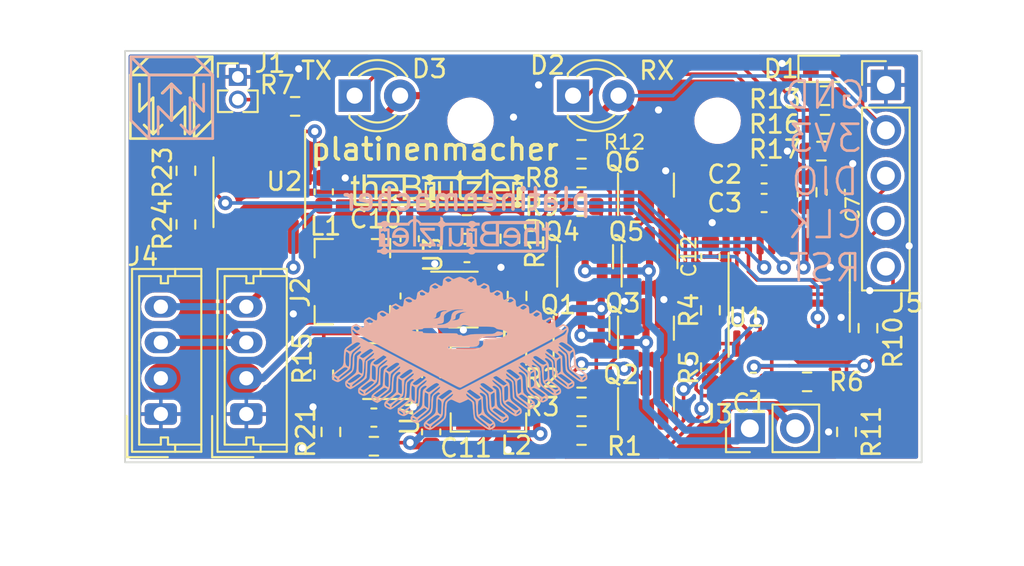
<source format=kicad_pcb>
(kicad_pcb (version 20211014) (generator pcbnew)
  (layers (0 "F.Cu" signal) (31 "B.Cu" signal) (34 "B.Paste" user) (35 "F.Paste" user) (36 "B.SilkS" user "B.Silkscreen") (37 "F.SilkS" user "F.Silkscreen") (38 "B.Mask" user) (39 "F.Mask" user) (44 "Edge.Cuts" user))
  (net 0 "")
  (net 1 "GND")
  (net 2 "/RST")
  (net 3 "+3V3")
  (net 4 "Net-(C4-Pad1)")
  (net 5 "+12V")
  (net 6 "Net-(C7-Pad1)")
  (net 7 "Net-(C8-Pad1)")
  (net 8 "Net-(C8-Pad2)")
  (net 9 "Net-(C9-Pad1)")
  (net 10 "Net-(C9-Pad2)")
  (net 11 "+5V")
  (net 12 "Net-(D2-Pad1)")
  (net 13 "Net-(D3-Pad1)")
  (net 14 "/OW")
  (net 15 "Net-(J2-Pad3)")
  (net 16 "Net-(J2-Pad4)")
  (net 17 "Net-(J3-Pad1)")
  (net 18 "Net-(J3-Pad2)")
  (net 19 "/SWDIO")
  (net 20 "/SWCLK")
  (net 21 "Net-(D1-Pad1)")
  (net 22 "Net-(Q2-Pad1)")
  (net 23 "Net-(Q1-Pad1)")
  (net 24 "Net-(Q3-Pad1)")
  (net 25 "Net-(Q4-Pad1)")
  (net 26 "Net-(Q5-Pad1)")
  (net 27 "/PF0")
  (net 28 "/PF1")
  (net 29 "Net-(R4-Pad2)")
  (net 30 "Net-(R10-Pad2)")
  (net 31 "Net-(R14-Pad1)")
  (net 32 "Net-(R15-Pad1)")
  (net 33 "Net-(R18-Pad1)")
  (net 34 "Net-(R20-Pad1)")
  (net 35 "Net-(Q6-Pad1)")
  (net 36 "/PA2")
  (net 39 "/UART1_TX")
  (net 40 "/UART1_RX")
  (net 41 "Net-(R13-Pad2)")
  (net 42 "Net-(R22-Pad2)")
  (net 44 "Net-(U2-Pad4)")
  (footprint "MountingHole:MountingHole_2.1mm" (layer "F.Cu") (at 133.6 85.4)
    (fp_text reference "REF**" hide)
    (fp_text value "MountingHole_2.1mm")
  )
  (footprint "Package_SO:TSSOP-20_4.4x6.5mm_P0.65mm" (layer "F.Cu") (at 137.6 95 90)
    (fp_text reference "U1")
    (fp_text value "STM32F070F6")
  )
  (footprint "Resistor_SMD:R_0603_1608Metric" (layer "F.Cu") (at 126 88.6 180)
    (fp_text reference "R8")
    (fp_text value "100")
  )
  (footprint "Resistor_SMD:R_0603_1608Metric" (layer "F.Cu") (at 110 84.6 180)
    (fp_text reference "R7")
    (fp_text value "4K7")
  )
  (footprint "Capacitor_SMD:C_0603_1608Metric" (layer "F.Cu") (at 116.4 95.2 90)
    (fp_text reference "C5")
    (fp_text value "4µ7")
  )
  (footprint "Inductor_SMD:L_Bourns-SRN4018" (layer "F.Cu") (at 113.2 94.4 90)
    (fp_text reference "L1")
    (fp_text value "10µ")
  )
  (footprint "Capacitor_SMD:C_0603_1608Metric" (layer "F.Cu") (at 135.6 100 180)
    (fp_text reference "C1")
    (fp_text value "100nF")
  )
  (footprint "theBrutzler:thebrutzler_10mm_mod" (layer "F.Cu") (at 118 89.2)
    (fp_text reference "G***" hide)
    (fp_text value "LOGO" hide)
  )
  (footprint "LED_SMD:LED_0603_1608Metric" (layer "F.Cu") (at 139.6 82.5)
    (fp_text reference "D1")
    (fp_text value "LED")
  )
  (footprint "Resistor_SMD:R_0603_1608Metric" (layer "F.Cu") (at 126 101.4)
    (fp_text reference "R3")
    (fp_text value "100")
  )
  (footprint "Capacitor_SMD:C_0603_1608Metric" (layer "F.Cu") (at 136.2 88.4 180)
    (fp_text reference "C2")
    (fp_text value "4,7µF")
  )
  (footprint "Resistor_SMD:R_0603_1608Metric" (layer "F.Cu") (at 133.2 99.2 -90)
    (fp_text reference "R5")
    (fp_text value "100")
  )
  (footprint "Connector_Molex:Molex_Micro-Latch_53253-0470_1x04_P2.00mm_Vertical" (layer "F.Cu") (at 102.5 101.8 90)
    (fp_text reference "J4")
    (fp_text value "Conn_01x04_Female")
  )
  (footprint "Package_SO:SOIC-8_3.9x4.9mm_P1.27mm" (layer "F.Cu") (at 108 89.4 -90)
    (fp_text reference "U2")
    (fp_text value "SN65HVD1050D")
  )
  (footprint "Package_TO_SOT_SMD:SOT-23-6" (layer "F.Cu") (at 119.4 95.4)
    (fp_text reference "U3")
    (fp_text value "TPS54202DDC")
  )
  (footprint "Connector_Molex:Molex_Micro-Latch_53253-0470_1x04_P2.00mm_Vertical" (layer "F.Cu") (at 107.275 101.8 90)
    (fp_text reference "J2")
    (fp_text value "Conn_01x04_Female")
  )
  (footprint "Capacitor_SMD:C_0603_1608Metric" (layer "F.Cu") (at 136.2 90 180)
    (fp_text reference "C3")
    (fp_text value "100nF")
  )
  (footprint "Resistor_SMD:R_0603_1608Metric" (layer "F.Cu") (at 111.6 99.6 90)
    (fp_text reference "R15")
    (fp_text value "4K7")
  )
  (footprint "Resistor_SMD:R_0603_1608Metric" (layer "F.Cu") (at 142 97 -90)
    (fp_text reference "R10")
    (fp_text value "4K7")
  )
  (footprint "Package_TO_SOT_SMD:SOT-23" (layer "F.Cu") (at 126 97 90)
    (fp_text reference "Q1")
    (fp_text value "Q_PMOS_GSD")
  )
  (footprint "Resistor_SMD:R_0603_1608Metric" (layer "F.Cu") (at 138.6 100 180)
    (fp_text reference "R6")
    (fp_text value "4K7")
  )
  (footprint "Resistor_SMD:R_0603_1608Metric" (layer "F.Cu") (at 119.6 91.2 180)
    (fp_text reference "R18" hide)
    (fp_text value "733K")
  )
  (footprint "Resistor_SMD:R_0603_1608Metric" (layer "F.Cu") (at 126 103)
    (fp_text reference "R1")
    (fp_text value "100")
  )
  (footprint "Connector_PinHeader_2.54mm:PinHeader_1x05_P2.54mm_Vertical" (layer "F.Cu") (at 143 83.4)
    (fp_text reference "J5")
    (fp_text value "Conn_01x05_Female")
  )
  (footprint "Capacitor_SMD:C_0603_1608Metric" (layer "F.Cu") (at 111.6 89.375 90)
    (fp_text reference "C4" hide)
    (fp_text value "100nF")
  )
  (footprint "Resistor_SMD:R_0603_1608Metric" (layer "F.Cu") (at 122 92 90)
    (fp_text reference "R19")
    (fp_text value "100K")
  )
  (footprint "TheBrutzlers_Lib:Symbol_kurzschlussblog" (layer "F.Cu") (at 100.8 86.4)
    (fp_text reference "SM3" hide)
    (fp_text value "SYM_Arrow45_Tiny" hide)
  )
  (footprint "Connector_PinHeader_2.54mm:PinHeader_1x02_P2.54mm_Vertical" (layer "F.Cu") (at 135.4 102.6 90)
    (fp_text reference "J3")
    (fp_text value "Conn_01x02_Female")
  )
  (footprint "Resistor_SMD:R_0603_1608Metric" (layer "F.Cu") (at 138.6 89.4 -90)
    (fp_text reference "R22" hide)
    (fp_text value "100")
  )
  (footprint "Resistor_SMD:R_0603_1608Metric" (layer "F.Cu") (at 139.6 84)
    (fp_text reference "R13")
    (fp_text value "1K")
  )
  (footprint "Resistor_SMD:R_0603_1608Metric" (layer "F.Cu") (at 112 102.8 -90)
    (fp_text reference "R21")
    (fp_text value "100K")
  )
  (footprint "Package_TO_SOT_SMD:SOT-23" (layer "F.Cu") (at 129.6 97 90)
    (fp_text reference "Q3")
    (fp_text value "SI2302")
  )
  (footprint "LED_THT:LED_D3.0mm_IRBlack" (layer "F.Cu") (at 125.525 84)
    (fp_text reference "D2")
    (fp_text value "D_Photo")
  )
  (footprint "Capacitor_SMD:C_0603_1608Metric" (layer "F.Cu") (at 114.4 102)
    (fp_text reference "C9" hide)
    (fp_text value "100nF")
  )
  (footprint "Resistor_SMD:R_0603_1608Metric" (layer "F.Cu") (at 114.4 103.6)
    (fp_text reference "R20" hide)
    (fp_text value "450K")
  )
  (footprint "Resistor_SMD:R_0603_1608Metric" (layer "F.Cu") (at 140.8 102.8 -90)
    (fp_text reference "R11")
    (fp_text value "4K7")
  )
  (footprint "Capacitor_SMD:C_0603_1608Metric" (layer "F.Cu") (at 140.2 89.4 90)
    (fp_text reference "C7")
    (fp_text value "100nF")
  )
  (footprint "Package_TO_SOT_SMD:SOT-23" (layer "F.Cu") (at 126.2 93 90)
    (fp_text reference "Q4")
    (fp_text value "Q_PMOS_GSD")
  )
  (footprint "Capacitor_SMD:C_0603_1608Metric" (layer "F.Cu") (at 117.6 102.8 90)
    (fp_text reference "C11")
    (fp_text value "4µ7")
  )
  (footprint "Resistor_SMD:R_0603_1608Metric" (layer "F.Cu") (at 103.9 91.2 -90)
    (fp_text reference "R24")
    (fp_text value "2K")
  )
  (footprint "Resistor_SMD:R_0603_1608Metric" (layer "F.Cu") (at 126 87 180)
    (fp_text reference "R12")
    (fp_text value "100")
  )
  (footprint "LED_THT:LED_D3.0mm_IRBlack" (layer "F.Cu") (at 113.325 84)
    (fp_text reference "D3")
    (fp_text value "IR204A")
  )
  (footprint "Package_TO_SOT_SMD:SOT-23-6" (layer "F.Cu") (at 114.6 99.4 180)
    (fp_text reference "U4")
    (fp_text value "TPS54202DDC")
  )
  (footprint "Capacitor_SMD:C_0603_1608Metric" (layer "F.Cu") (at 117.6 99.6 -90)
    (fp_text reference "C6")
    (fp_text value "4µ7")
  )
  (footprint "Package_TO_SOT_SMD:SOT-23" (layer "F.Cu") (at 129.8 93 90)
    (fp_text reference "Q5")
    (fp_text value "SI2302")
  )
  (footprint "Package_TO_SOT_SMD:SOT-23" (layer "F.Cu") (at 129.6 89 90)
    (fp_text reference "Q6")
    (fp_text value "SI2302")
  )
  (footprint "Resistor_SMD:R_0603_1608Metric" (layer "F.Cu") (at 126 90.2 180)
    (fp_text reference "R9")
    (fp_text value "2K")
  )
  (footprint "Resistor_SMD:R_0603_1608Metric" (layer "F.Cu") (at 103.9 88.2 -90)
    (fp_text reference "R23")
    (fp_text value "1K")
  )
  (footprint "MountingHole:MountingHole_2.1mm" (layer "F.Cu") (at 119.8 85.4)
    (fp_text reference "REF**" hide)
    (fp_text value "MountingHole_2.1mm")
  )
  (footprint "Resistor_SMD:R_0603_1608Metric" (layer "F.Cu") (at 139.4 87.1 180)
    (fp_text reference "R17")
    (fp_text value "4K7")
  )
  (footprint "Capacitor_SMD:C_0603_1608Metric" (layer "F.Cu") (at 116.4 92 -90)
    (fp_text reference "C10")
    (fp_text value "4µ7")
  )
  (footprint "Connector_PinHeader_1.27mm:PinHeader_1x02_P1.27mm_Vertical" (layer "F.Cu") (at 106.8 82.95)
    (fp_text reference "J1")
    (fp_text value "Conn_01x02_Female")
  )
  (footprint "Resistor_SMD:R_0603_1608Metric" (layer "F.Cu") (at 126 99.8 180)
    (fp_text reference "R2")
    (fp_text value "2K")
  )
  (footprint "Resistor_SMD:R_0603_1608Metric" (layer "F.Cu") (at 122.4 95.2 -90)
    (fp_text reference "R14")
    (fp_text value "4K7")
  )
  (footprint "Capacitor_SMD:C_0603_1608Metric" (layer "F.Cu") (at 133.2 93 -90)
    (fp_text reference "C12")
    (fp_text value "100nF")
  )
  (footprint "Package_TO_SOT_SMD:SOT-23" (layer "F.Cu") (at 129.6 101 90)
    (fp_text reference "Q2")
    (fp_text value "SI2302")
  )
  (footprint "Inductor_SMD:L_Bourns-SRN4018" (layer "F.Cu") (at 120.8 100.4 -90)
    (fp_text reference "L2")
    (fp_text value "10µ")
  )
  (footprint "Capacitor_SMD:C_0603_1608Metric" (layer "F.Cu") (at 119.6 92.8 180)
    (fp_text reference "C8" hide)
    (fp_text value "100nF")
  )
  (footprint "Resistor_SMD:R_0603_1608Metric" (layer "F.Cu") (at 139.6 85.6)
    (fp_text reference "R16")
    (fp_text value "1K")
  )
  (footprint "Resistor_SMD:R_0603_1608Metric" (layer "F.Cu") (at 133.2 96 -90)
    (fp_text reference "R4")
    (fp_text value "100")
  )
  (footprint "TheBrutzlers_Lib:Symbol_kurzschlussblog" (layer "B.Cu") (at 105.3985 86.4 180)
    (fp_text reference "SM3" hide)
    (fp_text value "SYM_Arrow45_Tiny" hide)
  )
  (footprint "TheBrutzlers_Lib:Platinenmacher_14" (layer "B.Cu") (at 119.2 98.4 180)
    (fp_text reference "G***" hide)
    (fp_text value "LOGO" hide)
  )
  (footprint "theBrutzler:thebrutzler_10mm_mod" (layer "B.Cu") (at 119.4 91.8 180)
    (fp_text reference "G***" hide)
    (fp_text value "LOGO" hide)
  )
  (gr_rect (start 100.5 81.5) (end 145 104.5) (layer "Edge.Cuts") (width 0.1) (fill none))
  (gr_text "GND\n3V3\nDIO\nCLK\nRST" (at 139.6 88.8) (layer "B.SilkS") (effects (font (size 1.5 1.5)) (justify mirror)))
  (gr_text "platinenmacher" (at 119.6 89.8) (layer "B.SilkS") (effects (font (size 1.2 1.2) (thickness 0.2)) (justify mirror)))
  (gr_text "platinenmacher" (at 117.8 87) (layer "F.SilkS") (effects (font (size 1.2 1.2) (thickness 0.2))))
  (gr_text "TX" (at 111.2 82.6) (layer "F.SilkS") (effects (font (size 1 1))))
  (gr_text "RX" (at 130.2 82.6) (layer "F.SilkS") (effects (font (size 1 1))))
  (segment (start 133.2 100.025) (end 133.2 99.3) (width 0.4) (layer "F.Cu") (net 1))
  (segment (start 116.6 101.4) (end 116.6 101.375) (width 0.4) (layer "F.Cu") (net 1))
  (segment (start 138.575 87.1) (end 137.5 87.1) (width 0.2) (layer "F.Cu") (net 1))
  (segment (start 133.2 99.3) (end 133.075 99.175) (width 0.4) (layer "F.Cu") (net 1))
  (segment (start 130.55 95.45) (end 130.6 95.4) (width 0.4) (layer "F.Cu") (net 1))
  (segment (start 133.2 91.2) (end 133.3 91.1) (width 0.4) (layer "F.Cu") (net 1))
  (segment (start 111.425 101.4) (end 112 101.975) (width 0.2) (layer "F.Cu") (net 1))
  (segment (start 137.925 92.1375) (end 137.925 90.95) (width 0.4) (layer "F.Cu") (net 1))
  (segment (start 140.2 88.625) (end 141.025 87.8) (width 0.2) (layer "F.Cu") (net 1))
  (segment (start 141.025 87.8) (end 141.1505 87.8) (width 0.2) (layer "F.Cu") (net 1))
  (segment (start 133.075 99.175) (end 132.295064 99.175) (width 0.4) (layer "F.Cu") (net 1))
  (segment (start 136.975 87.625) (end 137.5 87.1) (width 0.4) (layer "F.Cu") (net 1))
  (segment (start 133.2 92.225) (end 133.2 91.2) (width 0.4) (layer "F.Cu") (net 1))
  (segment (start 130.55 101.9375) (end 130.55 97.9375) (width 0.2) (layer "F.Cu") (net 1))
  (segment (start 117.79375 93.59375) (end 118.2625 94.0625) (width 0.4) (layer "F.Cu") (net 1))
  (segment (start 116.4 92.775) (end 117.18125 92.775) (width 0.4) (layer "F.Cu") (net 1))
  (segment (start 116.4 94.425) (end 116.775 94.425) (width 0.4) (layer "F.Cu") (net 1))
  (segment (start 117.8 93.39375) (end 117.8 93.4) (width 0.4) (layer "F.Cu") (net 1))
  (segment (start 132.295064 99.175) (end 132.036668 98.916604) (width 0.4) (layer "F.Cu") (net 1))
  (segment (start 117.18125 92.775) (end 117.8 93.39375) (width 0.4) (layer "F.Cu") (net 1))
  (segment (start 115.7375 100.35) (end 115.7375 100.9375) (width 0.4) (layer "F.Cu") (net 1))
  (segment (start 115.7375 100.9375) (end 116.2 101.4) (width 0.4) (layer "F.Cu") (net 1))
  (segment (start 111 101.4) (end 111.425 101.4) (width 0.2) (layer "F.Cu") (net 1))
  (segment (start 137.925 90.95) (end 136.975 90) (width 0.4) (layer "F.Cu") (net 1))
  (segment (start 117.60625 93.59375) (end 117.8 93.4) (width 0.4) (layer "F.Cu") (net 1))
  (segment (start 108.635 87.835) (end 109.4 88.6) (width 0.4) (layer "F.Cu") (net 1))
  (segment (start 130.55 89.9375) (end 130.55 93.8) (width 0.2) (layer "F.Cu") (net 1))
  (segment (start 116.775 94.425) (end 117.8 93.4) (width 0.4) (layer "F.Cu") (net 1))
  (segment (start 133.2 100.025) (end 134.8 100.025) (width 0.4) (layer "F.Cu") (net 1))
  (segment (start 117.6 102.025) (end 117.225 102.025) (width 0.4) (layer "F.Cu") (net 1))
  (segment (start 118.2625 94.0625) (end 118.2625 94.45) (width 0.4) (layer "F.Cu") (net 1))
  (segment (start 109.4 88.6) (end 111.6 88.6) (width 0.4) (layer "F.Cu") (net 1))
  (segment (start 140.8 103.625) (end 140.125 103.625) (width 0.2) (layer "F.Cu") (net 1))
  (segment (start 121.5 93.325) (end 122 92.825) (width 0.2) (layer "F.Cu") (net 1))
  (segment (start 140.125 103.625) (end 139.8 103.3) (width 0.2) (layer "F.Cu") (net 1))
  (segment (start 139.8 103.3) (end 139.8 102.8) (width 0.2) (layer "F.Cu") (net 1))
  (segment (start 130.55 97.9375) (end 130.55 95.45) (width 0.4) (layer "F.Cu") (net 1))
  (segment (start 116.425 94.45) (end 116.4 94.425) (width 0.4) (layer "F.Cu") (net 1))
  (segment (start 121.5 93.6) (end 121.5 93.325) (width 0.2) (layer "F.Cu") (net 1))
  (segment (start 134.8 100.025) (end 134.825 100) (width 0.4) (layer "F.Cu") (net 1))
  (segment (start 130.55 95.35) (end 130.55 93.8) (width 0.4) (layer "F.Cu") (net 1))
  (segment (start 130.6 95.4) (end 130.55 95.35) (width 0.4) (layer "F.Cu") (net 1))
  (segment (start 136.975 88.4) (end 136.975 87.625) (width 0.4) (layer "F.Cu") (net 1))
  (segment (start 111.6 88.6) (end 112.8 88.6) (width 0.4) (layer "F.Cu") (net 1))
  (segment (start 117.225 102.025) (end 116.6 101.4) (width 0.4) (layer "F.Cu") (net 1))
  (segment (start 116.6 101.375) (end 117.6 100.375) (width 0.4) (layer "F.Cu") (net 1))
  (segment (start 116.2 101.4) (end 116.6 101.4) (width 0.4) (layer "F.Cu") (net 1))
  (segment (start 108.635 86.925) (end 108.635 87.835) (width 0.4) (layer "F.Cu") (net 1))
  (segment (start 136.975 90) (end 136.975 88.4) (width 0.4) (layer "F.Cu") (net 1))
  (via (at 123.6 83.4) (size 0.8) (drill 0.4) (layers "F.Cu" "B.Cu") (net 1))
  (via (at 133.3 91.1) (size 0.8) (drill 0.4) (layers "F.Cu" "B.Cu") (net 1))
  (via (at 142.1 94.9) (size 0.8) (drill 0.4) (layers "F.Cu" "B.Cu") (net 1))
  (via (at 116.6 101.4) (size 0.8) (drill 0.4) (layers "F.Cu" "B.Cu") (net 1))
  (via (at 119.4 97.1) (size 0.8) (drill 0.4) (layers "F.Cu" "B.Cu") (net 1))
  (via (at 140.5 96.4) (size 0.8) (drill 0.4) (layers "F.Cu" "B.Cu") (net 1))
  (via (at 130.6 95.4) (size 0.8) (drill 0.4) (layers "F.Cu" "B.Cu") (net 1))
  (via (at 130.3 84.8) (size 0.8) (drill 0.4) (layers "F.Cu" "B.Cu") (net 1))
  (via (at 110.4 103.7) (size 0.8) (drill 0.4) (layers "F.Cu" "B.Cu") (net 1))
  (via (at 130.7 88.2) (size 0.8) (drill 0.4) (layers "F.Cu" "B.Cu") (net 1))
  (via (at 137.2 82.2) (size 0.8) (drill 0.4) (layers "F.Cu" "B.Cu") (net 1))
  (via (at 121.5 93.6) (size 0.8) (drill 0.4) (layers "F.Cu" "B.Cu") (net 1))
  (via (at 112.8 88.6) (size 0.8) (drill 0.4) (layers "F.Cu" "B.Cu") (net 1))
  (via (at 144.3 92.4) (size 0.8) (drill 0.4) (layers "F.Cu" "B.Cu") (net 1))
  (via (at 128.4 95.5) (size 0.8) (drill 0.4) (layers "F.Cu" "B.Cu") (net 1))
  (via (at 139.8 102.8) (size 0.8) (drill 0.4) (layers "F.Cu" "B.Cu") (net 1))
  (via (at 121.9 103.8) (size 0.8) (drill 0.4) (layers "F.Cu" "B.Cu") (net 1))
  (via (at 122.2 85.2) (size 0.8) (drill 0.4) (layers "F.Cu" "B.Cu") (net 1))
  (via (at 141.1505 87.8) (size 0.8) (drill 0.4) (layers "F.Cu" "B.Cu") (net 1))
  (via (at 137.5 87.1) (size 0.8) (drill 0.4) (layers "F.Cu" "B.Cu") (net 1))
  (via (at 117.8 93.4) (size 0.8) (drill 0.4) (layers "F.Cu" "B.Cu") (net 1))
  (via (at 109.9 96.2) (size 0.8) (drill 0.4) (layers "F.Cu" "B.Cu") (net 1))
  (via (at 139.9 93.6) (size 0.8) (drill 0.4) (layers "F.Cu" "B.Cu") (net 1))
  (via (at 132.036668 98.916604) (size 0.8) (drill 0.4) (layers "F.Cu" "B.Cu") (net 1))
  (via (at 111 101.4) (size 0.8) (drill 0.4) (layers "F.Cu" "B.Cu") (net 1))
  (via (at 110.2 82.5) (size 0.8) (drill 0.4) (layers "F.Cu" "B.Cu") (net 1))
  (segment (start 141.8 99.1) (end 141.907107 99.1) (width 0.2) (layer "F.Cu") (net 2))
  (segment (start 143.4 97.607107) (end 143.4 93.96) (width 0.2) (layer "F.Cu") (net 2))
  (segment (start 141.907107 99.1) (end 143.4 97.607107) (width 0.2) (layer "F.Cu") (net 2))
  (segment (start 135.641019 99.175) (end 135.63367 99.167651) (width 0.2) (layer "F.Cu") (net 2))
  (segment (start 136.625 99.175) (end 135.641019 99.175) (width 0.2) (layer "F.Cu") (net 2))
  (segment (start 137.775 100) (end 136.375 100) (width 0.2) (layer "F.Cu") (net 2))
  (segment (start 136.625 99.75) (end 136.375 100) (width 0.2) (layer "F.Cu") (net 2))
  (segment (start 136.625 97.8625) (end 136.625 99.175) (width 0.2) (layer "F.Cu") (net 2))
  (segment (start 143.4 93.96) (end 143 93.56) (width 0.2) (layer "F.Cu") (net 2))
  (segment (start 136.625 99.175) (end 136.625 99.75) (width 0.2) (layer "F.Cu") (net 2))
  (via (at 135.63367 99.167651) (size 0.8) (drill 0.4) (layers "F.Cu" "B.Cu") (net 2))
  (via (at 141.8 99.1) (size 0.8) (drill 0.4) (layers "F.Cu" "B.Cu") (net 2))
  (segment (start 135.63367 99.167651) (end 135.701321 99.1) (width 0.2) (layer "B.Cu") (net 2))
  (segment (start 137.6 99.1) (end 141.8 99.1) (width 0.2) (layer "B.Cu") (net 2))
  (segment (start 135.701321 99.1) (end 137.6 99.1) (width 0.2) (layer "B.Cu") (net 2))
  (segment (start 126.765 85.3) (end 124 85.3) (width 0.4) (layer "F.Cu") (net 3))
  (segment (start 121.7 83) (end 118 83) (width 0.4) (layer "F.Cu") (net 3))
  (segment (start 120.225 103.575) (end 117.6 103.575) (width 0.4) (layer "F.Cu") (net 3))
  (segment (start 111.525 85.3) (end 110.825 84.6) (width 0.4) (layer "F.Cu") (net 3))
  (segment (start 118 83) (end 117 84) (width 0.4) (layer "F.Cu") (net 3))
  (segment (start 143 85.9) (end 141.7 84.6) (width 0.2) (layer "F.Cu") (net 3))
  (segment (start 133.2 95.175) (end 132.575 95.175) (width 0.2) (layer "F.Cu") (net 3))
  (segment (start 138.65 100.775) (end 132.764243 100.775) (width 0.2) (layer "F.Cu") (net 3))
  (segment (start 136.7505 95.8005) (end 137.275 96.325) (width 0.4) (layer "F.Cu") (net 3))
  (segment (start 132.465 89.135) (end 132.465 88.4) (width 0.4) (layer "F.Cu") (net 3))
  (segment (start 139.425 100) (end 138.65 100.775) (width 0.2) (layer "F.Cu") (net 3))
  (segment (start 123.200999 86.099001) (end 123.200999 91.696644) (width 0.4) (layer "F.Cu") (net 3))
  (segment (start 124 85.3) (end 123.200999 86.099001) (width 0.4) (layer "F.Cu") (net 3))
  (segment (start 117 84) (end 115.865 84) (width 0.4) (layer "F.Cu") (net 3))
  (segment (start 136.425 91) (end 135.425 90) (width 0.4) (layer "F.Cu") (net 3))
  (segment (start 142 96.175) (end 141.4255 95.6005) (width 0.4) (layer "F.Cu") (net 3))
  (segment (start 123.200999 91.696644) (end 123.700499 92.196144) (width 0.4) (layer "F.Cu") (net 3))
  (segment (start 132.325 93.225) (end 132.325 89.275) (width 0.4) (layer "F.Cu") (net 3))
  (segment (start 115.865 84) (end 115.865 84.235) (width 0.4) (layer "F.Cu") (net 3))
  (segment (start 135.425 88.4) (end 132.465 88.4) (width 0.4) (layer "F.Cu") (net 3))
  (segment (start 137.275 92.1375) (end 137.275 91.275) (width 0.4) (layer "F.Cu") (net 3))
  (segment (start 124 85.3) (end 121.7 83) (width 0.4) (layer "F.Cu") (net 3))
  (segment (start 135.2255 95.8005) (end 136.7505 95.8005) (width 0.4) (layer "F.Cu") (net 3))
  (segment (start 131.489743 99.6005) (end 131.3 99.410757) (width 0.2) (layer "F.Cu") (net 3))
  (segment (start 135.425 88.4) (end 135.425 90) (width 0.4) (layer "F.Cu") (net 3))
  (segment (start 131.3 97.075) (end 133.2 95.175) (width 0.2) (layer "F.Cu") (net 3))
  (segment (start 132.325 89.275) (end 132.465 89.135) (width 0.4) (layer "F.Cu") (net 3))
  (segment (start 132.399501 100.410258) (end 132.399501 100.110258) (width 0.2) (layer "F.Cu") (net 3))
  (segment (start 137 91) (end 136.425 91) (width 0.4) (layer "F.Cu") (net 3))
  (segment (start 132.575 95.175) (end 131.8 94.4) (width 0.2) (layer "F.Cu") (net 3))
  (segment (start 137.275 96.325) (end 137.275 97.8625) (width 0.4) (layer "F.Cu") (net 3))
  (segment (start 120.8 103) (end 120.225 103.575) (width 0.4) (layer "F.Cu") (net 3))
  (segment (start 141.7 84.6) (end 141.7 83.8125) (width 0.2) (layer "F.Cu") (net 3))
  (segment (start 131.889743 99.6005) (end 131.489743 99.6005) (width 0.2) (layer "F.Cu") (net 3))
  (segment (start 141.4255 95.6005) (end 137.9995 95.6005) (width 0.4) (layer "F.Cu") (net 3))
  (segment (start 137.275 91.275) (end 137 91) (width 0.4) (layer "F.Cu") (net 3))
  (segment (start 143 85.94) (end 143 85.9) (width 0.2) (layer "F.Cu") (net 3))
  (segment (start 137.9995 95.6005) (end 137.275 96.325) (width 0.4) (layer "F.Cu") (net 3))
  (segment (start 132.875 93.775) (end 132.325 93.225) (width 0.4) (layer "F.Cu") (net 3))
  (segment (start 133.2 93.775) (end 132.875 93.775) (width 0.4) (layer "F.Cu") (net 3))
  (segment (start 123.700499 96.628119) (end 123.5 96.828618) (width 0.4) (layer "F.Cu") (net 3))
  (segment (start 120.8 101.925) (end 120.8 103) (width 0.4) (layer "F.Cu") (net 3))
  (segment (start 132.465 88.4) (end 128.065 84) (width 0.4) (layer "F.Cu") (net 3))
  (segment (start 115.225 103.6) (end 115.425 103.4) (width 0.2) (layer "F.Cu") (net 3))
  (segment (start 123.700499 92.196144) (end 123.700499 96.628119) (width 0.4) (layer "F.Cu") (net 3))
  (segment (start 133.2 93.775) (end 135.2255 95.8005) (width 0.4) (layer "F.Cu") (net 3))
  (segment (start 115.425 103.4) (end 116.425 103.4) (width 0.2) (layer "F.Cu") (net 3))
  (segment (start 131.8 94.4) (end 131.8 89.065) (width 0.2) (layer "F.Cu") (net 3))
  (segment (start 117.6 103.575) (end 116.6 103.575) (width 0.4) (layer "F.Cu") (net 3))
  (segment (start 132.764243 100.775) (end 132.399501 100.410258) (width 0.2) (layer "F.Cu") (net 3))
  (segment (start 131.3 99.410757) (end 131.3 97.075) (width 0.2) (layer "F.Cu") (net 3))
  (segment (start 123.5 96.828618) (end 123.5 102.7) (width 0.4) (layer "F.Cu") (net 3))
  (segment (start 123.5 102.7) (end 123.7 102.9) (width 0.4) (layer "F.Cu") (net 3))
  (segment (start 116.6 103.575) (end 116.425 103.4) (width 0.4) (layer "F.Cu") (net 3))
  (segment (start 141.7 83.8125) (end 140.3875 82.5) (width 0.2) (layer "F.Cu") (net 3))
  (segment (start 128.065 84) (end 126.765 85.3) (width 0.4) (layer "F.Cu") (net 3))
  (segment (start 114.8 85.3) (end 111.525 85.3) (width 0.4) (layer "F.Cu") (net 3))
  (segment (start 132.399501 100.110258) (end 131.889743 99.6005) (width 0.2) (layer "F.Cu") (net 3))
  (segment (start 131.8 89.065) (end 132.465 88.4) (width 0.2) (layer "F.Cu") (net 3))
  (segment (start 115.865 84.235) (end 114.8 85.3) (width 0.4) (layer "F.Cu") (net 3))
  (via (at 116.425 103.4) (size 0.8) (drill 0.4) (layers "F.Cu" "B.Cu") (net 3))
  (via (at 123.7 102.9) (size 0.8) (drill 0.4) (layers "F.Cu" "B.Cu") (net 3))
  (segment (start 139.9 82.9) (end 143 86) (width 0.2) (layer "B.Cu") (net 3))
  (segment (start 128.065 84) (end 131.1 84) (width 0.2) (layer "B.Cu") (net 3))
  (segment (start 116.45 103.6) (end 117.15 102.9) (width 0.4) (layer "B.Cu") (net 3))
  (segment (start 117.15 102.9) (end 123.7 102.9) (width 0.4) (layer "B.Cu") (net 3))
  (segment (start 116.45 103.6) (end 116.425 103.575) (width 0.2) (layer "B.Cu") (net 3))
  (segment (start 132.2 82.9) (end 139.9 82.9) (width 0.2) (layer "B.Cu") (net 3))
  (segment (start 116.425 103.575) (end 116.425 103.4) (width 0.2) (layer "B.Cu") (net 3))
  (segment (start 131.1 84) (end 132.2 82.9) (width 0.2) (layer "B.Cu") (net 3))
  (segment (start 106.095 91.392183) (end 107.337183 90.15) (width 0.4) (layer "F.Cu") (net 4))
  (segment (start 106.095 91.875) (end 106.095 91.392183) (width 0.4) (layer "F.Cu") (net 4))
  (segment (start 107.337183 90.15) (end 111.6 90.15) (width 0.4) (layer "F.Cu") (net 4))
  (segment (start 127.1 93.9875) (end 127.15 93.9375) (width 0.4) (layer "F.Cu") (net 5))
  (segment (start 117.6 98.825) (end 117.6 97.2) (width 0.4) (layer "F.Cu") (net 5))
  (segment (start 126.825 99.8) (end 126.825 98.0625) (width 0.2) (layer "F.Cu") (net 5))
  (segment (start 126.825 90.2) (end 127.1 90.475) (width 0.2) (layer "F.Cu") (net 5))
  (segment (start 116.4 95.975) (end 116.775 96.35) (width 0.4) (layer "F.Cu") (net 5))
  (segment (start 126.825 98.0625) (end 126.95 97.9375) (width 0.2) (layer "F.Cu") (net 5))
  (segment (start 116.227817 98.45) (end 116.577817 98.8) (width 0.4) (layer "F.Cu") (net 5))
  (segment (start 117.575 98.8) (end 117.6 98.825) (width 0.4) (layer "F.Cu") (net 5))
  (segment (start 110.8 97.2) (end 108.2 99.8) (width 0.4) (layer "F.Cu") (net 5))
  (segment (start 127.1 90.475) (end 127.1 93.8875) (width 0.2) (layer "F.Cu") (net 5))
  (segment (start 117.6 97.2) (end 116.6 97.2) (width 0.4) (layer "F.Cu") (net 5))
  (segment (start 116.4 96.8) (end 116.4 97) (width 0.4) (layer "F.Cu") (net 5))
  (segment (start 121.375 97.825) (end 117.6 97.825) (width 0.2) (layer "F.Cu") (net 5))
  (segment (start 127.1 93.8875) (end 127.15 93.9375) (width 0.2) (layer "F.Cu") (net 5))
  (segment (start 116.775 96.35) (end 118.2625 96.35) (width 0.4) (layer "F.Cu") (net 5))
  (segment (start 116.2 97.2) (end 116 97.2) (width 0.4) (layer "F.Cu") (net 5))
  (segment (start 116.4 96.8) (end 116.4 97.2) (width 0.4) (layer "F.Cu") (net 5))
  (segment (start 102.5 99.8) (end 107.275 99.8) (width 1.7) (layer "F.Cu") (net 5))
  (segment (start 116.577817 98.8) (end 117.575 98.8) (width 0.4) (layer "F.Cu") (net 5))
  (segment (start 117.6 97.825) (end 117.6 97.2) (width 0.2) (layer "F.Cu") (net 5))
  (segment (start 111.6 98.775) (end 111.6 97.2) (width 0.2) (layer "F.Cu") (net 5))
  (segment (start 108.2 99.8) (end 107.275 99.8) (width 0.4) (layer "F.Cu") (net 5))
  (segment (start 116.4 97.2) (end 116 97.2) (width 0.4) (layer "F.Cu") (net 5))
  (segment (start 116.4 95.975) (end 116.4 96.8) (width 0.4) (layer "F.Cu") (net 5))
  (segment (start 126.95 97.9375) (end 127.1 97.7875) (width 0.4) (layer "F.Cu") (net 5))
  (segment (start 122.4 96.8) (end 121.375 97.825) (width 0.2) (layer "F.Cu") (net 5))
  (segment (start 115.7375 98.45) (end 116.227817 98.45) (width 0.4) (layer "F.Cu") (net 5))
  (segment (start 116.6 97.2) (end 116.4 97.2) (width 0.4) (layer "F.Cu") (net 5))
  (segment (start 122.4 96.025) (end 122.4 96.8) (width 0.2) (layer "F.Cu") (net 5))
  (segment (start 111.6 97.2) (end 110.8 97.2) (width 0.4) (layer "F.Cu") (net 5))
  (segment (start 116 97.2) (end 111.6 97.2) (width 0.4) (layer "F.Cu") (net 5))
  (segment (start 127.1 97.7875) (end 127.1 93.9875) (width 0.4) (layer "F.Cu") (net 5))
  (via (at 127.1 95.9) (size 0.8) (drill 0.4) (layers "F.Cu" "B.Cu") (net 5))
  (segment (start 127.1 95.9) (end 125.5 95.9) (width 0.4) (layer "B.Cu") (net 5))
  (segment (start 110.9 97.1) (end 108.2 99.8) (width 0.4) (layer "B.Cu") (net 5))
  (segment (start 124.3 97.1) (end 122.7 97.1) (width 0.4) (layer "B.Cu") (net 5))
  (segment (start 108.2 99.8) (end 107.275 99.8) (width 0.4) (layer "B.Cu") (net 5))
  (segment (start 125.5 95.9) (end 124.3 97.1) (width 0.4) (layer "B.Cu") (net 5))
  (segment (start 118.3 97.9) (end 117.5 97.1) (width 0.4) (layer "B.Cu") (net 5))
  (segment (start 121.9 97.9) (end 118.3 97.9) (width 0.4) (layer "B.Cu") (net 5))
  (segment (start 117.5 97.1) (end 110.9 97.1) (width 0.4) (layer "B.Cu") (net 5))
  (segment (start 122.7 97.1) (end 121.9 97.9) (width 0.4) (layer "B.Cu") (net 5))
  (segment (start 140.425 85.6) (end 140.425 86.9) (width 0.2) (layer "F.Cu") (net 6))
  (segment (start 139.875 92.1375) (end 139.875 90.5) (width 0.2) (layer "F.Cu") (net 6))
  (segment (start 140.425 86.9) (end 140.225 87.1) (width 0.2) (layer "F.Cu") (net 6))
  (segment (start 139.875 90.5) (end 140.2 90.175) (width 0.2) (layer "F.Cu") (net 6))
  (segment (start 139.425 88.025) (end 139.425 89.4) (width 0.2) (layer "F.Cu") (net 6))
  (segment (start 140.225 87.225) (end 139.425 88.025) (width 0.2) (layer "F.Cu") (net 6))
  (segment (start 139.425 89.4) (end 140.2 90.175) (width 0.2) (layer "F.Cu") (net 6))
  (segment (start 140.225 87.1) (end 140.225 87.225) (width 0.2) (layer "F.Cu") (net 6))
  (segment (start 119.8 94.2) (end 119.8 93.375) (width 0.2) (layer "F.Cu") (net 7))
  (segment (start 120.5375 94.45) (end 120.05 94.45) (width 0.2) (layer "F.Cu") (net 7))
  (segment (start 120.05 94.45) (end 119.8 94.2) (width 0.2) (layer "F.Cu") (net 7))
  (segment (start 119.8 93.375) (end 120.375 92.8) (width 0.2) (layer "F.Cu") (net 7))
  (segment (start 118.825 92.8) (end 119.225 93.2) (width 0.2) (layer "F.Cu") (net 8))
  (segment (start 117 95.2) (end 115.8 95.2) (width 0.25) (layer "F.Cu") (net 8))
  (segment (start 119.225 94.786396) (end 118.611396 95.4) (width 0.2) (layer "F.Cu") (net 8))
  (segment (start 119.225 93.2) (end 119.225 94.786396) (width 0.2) (layer "F.Cu") (net 8))
  (segment (start 118.611396 95.4) (end 118.2625 95.4) (width 0.2) (layer "F.Cu") (net 8))
  (segment (start 115.075 95.925) (end 115.8 95.2) (width 0.4) (layer "F.Cu") (net 8))
  (segment (start 113.2 95.925) (end 115.075 95.925) (width 0.4) (layer "F.Cu") (net 8))
  (segment (start 118.2625 95.4) (end 117.2 95.4) (width 0.4) (layer "F.Cu") (net 8))
  (segment (start 117.2 95.4) (end 117 95.2) (width 0.4) (layer "F.Cu") (net 8))
  (segment (start 113.4625 100.35) (end 113.6 100.4875) (width 0.2) (layer "F.Cu") (net 9))
  (segment (start 113.6 101.975) (end 113.625 102) (width 0.2) (layer "F.Cu") (net 9))
  (segment (start 113.6 100.4875) (end 113.6 101.975) (width 0.2) (layer "F.Cu") (net 9))
  (segment (start 120.075 99.6) (end 120.8 98.875) (width 0.4) (layer "F.Cu") (net 10))
  (segment (start 114.6 101.425) (end 115.175 102) (width 0.2) (layer "F.Cu") (net 10))
  (segment (start 118.4 99.6) (end 120.075 99.6) (width 0.4) (layer "F.Cu") (net 10))
  (segment (start 115.7375 99.4) (end 115 99.4) (width 0.2) (layer "F.Cu") (net 10))
  (segment (start 116.8 99.6) (end 118.4 99.6) (width 0.25) (layer "F.Cu") (net 10))
  (segment (start 115 99.4) (end 114.6 99.8) (width 0.2) (layer "F.Cu") (net 10))
  (segment (start 116.6 99.4) (end 115.7375 99.4) (width 0.4) (layer "F.Cu") (net 10))
  (segment (start 116.6 99.4) (end 116.8 99.6) (width 0.4) (layer "F.Cu") (net 10))
  (segment (start 114.6 99.8) (end 114.6 101.425) (width 0.2) (layer "F.Cu") (net 10))
  (segment (start 113.6 91.2) (end 116.375 91.2) (width 0.4) (layer "F.Cu") (net 11))
  (segment (start 116.375 91.2) (end 116.4 91.225) (width 0.4) (layer "F.Cu") (net 11))
  (segment (start 113.2 91.6) (end 113.6 91.2) (width 0.4) (layer "F.Cu") (net 11))
  (segment (start 118.775 91.2) (end 116.4 91.2) (width 0.2) (layer "F.Cu") (net 11))
  (segment (start 115.6 89.4) (end 112.208176 89.4) (width 0.4) (layer "F.Cu") (net 11))
  (segment (start 113.2 92.875) (end 113.2 91.6) (width 0.4) (layer "F.Cu") (net 11))
  (segment (start 107.365 86.925) (end 107.365 88.365) (width 0.4) (layer "F.Cu") (net 11))
  (segment (start 116.425 91.2) (end 116.4 91.225) (width 0.2) (layer "F.Cu") (net 11))
  (segment (start 116 89.8) (end 115.6 89.4) (width 0.4) (layer "F.Cu") (net 11))
  (segment (start 112.208176 89.4) (end 112.183176 89.375) (width 0.25) (layer "F.Cu") (net 11))
  (segment (start 111.025 89.375) (end 111 89.4) (width 0.25) (layer "F.Cu") (net 11))
  (segment (start 108.4 89.4) (end 111 89.4) (width 0.4) (layer "F.Cu") (net 11))
  (segment (start 112.183176 89.375) (end 111.025 89.375) (width 0.25) (layer "F.Cu") (net 11))
  (segment (start 107.365 88.365) (end 108.4 89.4) (width 0.4) (layer "F.Cu") (net 11))
  (segment (start 116.425 91.2) (end 116.4 91.2) (width 0.4) (layer "F.Cu") (net 11))
  (segment (start 116.4 91.225) (end 116.4 90.2) (width 0.4) (layer "F.Cu") (net 11))
  (segment (start 116.4 90.2) (end 116 89.8) (width 0.4) (layer "F.Cu") (net 11))
  (segment (start 125.525 84) (end 126.32996 84) (width 0.2) (layer "F.Cu") (net 12))
  (segment (start 126.32996 84) (end 127.52996 82.8) (width 0.2) (layer "F.Cu") (net 12))
  (segment (start 137.2 85.4) (end 138.775 85.4) (width 0.2) (layer "F.Cu") (net 12))
  (segment (start 127.52996 82.8) (end 134.6 82.8) (width 0.2) (layer "F.Cu") (net 12))
  (segment (start 134.6 82.8) (end 137.2 85.4) (width 0.2) (layer "F.Cu") (net 12))
  (segment (start 139.2 84.8) (end 137.4 84.8) (width 0.2) (layer "F.Cu") (net 13))
  (segment (start 127.36498 82.4) (end 135 82.4) (width 0.2) (layer "F.Cu") (net 13))
  (segment (start 127.265479 82.499501) (end 127.36498 82.4) (width 0.2) (layer "F.Cu") (net 13))
  (segment (start 139.475 86.082107) (end 139.475 85.075) (width 0.2) (layer "F.Cu") (net 13))
  (segment (start 138.6 88.28502) (end 139.275 87.61002) (width 0.2) (layer "F.Cu") (net 13))
  (segment (start 139.275 86.282107) (end 139.475 86.082107) (width 0.2) (layer "F.Cu") (net 13))
  (segment (start 114.825499 82.499501) (end 127.265479 82.499501) (width 0.2) (layer "F.Cu") (net 13))
  (segment (start 139.275 87.61002) (end 139.275 86.282107) (width 0.2) (layer "F.Cu") (net 13))
  (segment (start 138.6 88.375) (end 138.6 88.28502) (width 0.2) (layer "F.Cu") (net 13))
  (segment (start 137.4 84.8) (end 137.15 84.55) (width 0.2) (layer "F.Cu") (net 13))
  (segment (start 139.475 85.075) (end 139.2 84.8) (width 0.2) (layer "F.Cu") (net 13))
  (segment (start 135 82.4) (end 137.15 84.55) (width 0.2) (layer "F.Cu") (net 13))
  (segment (start 113.325 84) (end 114.825499 82.499501) (width 0.2) (layer "F.Cu") (net 13))
  (segment (start 137.7 84.1) (end 135.6 82) (width 0.2) (layer "F.Cu") (net 14))
  (segment (start 113.7 82.7) (end 112.305688 82.7) (width 0.2) (layer "F.Cu") (net 14))
  (segment (start 112 83.005688) (end 112 83.4) (width 0.2) (layer "F.Cu") (net 14))
  (segment (start 135.6 82) (end 127.2 82) (width 0.2) (layer "F.Cu") (net 14))
  (segment (start 112 83.4) (end 111.6 83.8) (width 0.2) (layer "F.Cu") (net 14))
  (segment (start 127.1 82.1) (end 114.3 82.1) (width 0.2) (layer "F.Cu") (net 14))
  (segment (start 109.975 83.8) (end 109.175 84.6) (width 0.2) (layer "F.Cu") (net 14))
  (segment (start 138.575 92.1375) (end 138.575 93.425) (width 0.2) (layer "F.Cu") (net 14))
  (segment (start 127.2 82) (end 127.1 82.1) (width 0.2) (layer "F.Cu") (net 14))
  (segment (start 112.305688 82.7) (end 112 83.005688) (width 0.2) (layer "F.Cu") (net 14))
  (segment (start 138.575 93.425) (end 138.4 93.6) (width 0.2) (layer "F.Cu") (net 14))
  (segment (start 108.795 84.22) (end 109.175 84.6) (width 0.2) (layer "F.Cu") (net 14))
  (segment (start 106.8 84.22) (end 108.795 84.22) (width 0.2) (layer "F.Cu") (net 14))
  (segment (start 114.3 82.1) (end 113.7 82.7) (width 0.2) (layer "F.Cu") (net 14))
  (segment (start 111.6 83.8) (end 109.975 83.8) (width 0.2) (layer "F.Cu") (net 14))
  (via (at 137.7 84.1) (size 0.8) (drill 0.4) (layers "F.Cu" "B.Cu") (net 14))
  (via (at 138.4 93.6) (size 0.8) (drill 0.4) (layers "F.Cu" "B.Cu") (net 14))
  (segment (start 138.4 84.8) (end 138.4 93.6) (width 0.2) (layer "B.Cu") (net 14))
  (segment (start 137.7 84.1) (end 138.4 84.8) (width 0.2) (layer "B.Cu") (net 14))
  (segment (start 107.365 94.035) (end 106.8 94.6) (width 0.4) (layer "F.Cu") (net 15))
  (segment (start 107.365 91.875) (end 107.365 94.035) (width 0.4) (layer "F.Cu") (net 15))
  (segment (start 105.975 95.385786) (end 105.975 96.5) (width 0.4) (layer "F.Cu") (net 15))
  (segment (start 106.8 94.6) (end 106.760786 94.6) (width 0.4) (layer "F.Cu") (net 15))
  (segment (start 106.760786 94.6) (end 105.975 95.385786) (width 0.4) (layer "F.Cu") (net 15))
  (segment (start 105.975 96.5) (end 107.275 97.8) (width 0.4) (layer "F.Cu") (net 15))
  (segment (start 107.275 97.8) (end 102.5 97.8) (width 0.4) (layer "B.Cu") (net 15))
  (segment (start 108.635 94.44) (end 107.275 95.8) (width 0.4) (layer "F.Cu") (net 16))
  (segment (start 108.635 91.875) (end 108.635 94.44) (width 0.4) (layer "F.Cu") (net 16))
  (segment (start 107.275 95.8) (end 102.5 95.8) (width 0.4) (layer "B.Cu") (net 16))
  (segment (start 126 96.0625) (end 126 97.4) (width 0.4) (layer "F.Cu") (net 17))
  (segment (start 129.6 96.0625) (end 129.6 97.8) (width 0.4) (layer "F.Cu") (net 17))
  (via (at 126 97.4) (size 0.8) (drill 0.4) (layers "F.Cu" "B.Cu") (net 17))
  (via (at 129.6 97.8) (size 0.8) (drill 0.4) (layers "F.Cu" "B.Cu") (net 17))
  (segment (start 127.4 97.4) (end 126 97.4) (width 0.4) (layer "B.Cu") (net 17))
  (segment (start 129.6 97.8) (end 127.8 97.8) (width 0.4) (layer "B.Cu") (net 17))
  (segment (start 127.8 97.8) (end 127.4 97.4) (width 0.4) (layer "B.Cu") (net 17))
  (segment (start 131.5 103.3) (end 129.6 101.4) (width 0.4) (layer "B.Cu") (net 17))
  (segment (start 134.7 103.3) (end 131.5 103.3) (width 0.4) (layer "B.Cu") (net 17))
  (segment (start 129.6 101.4) (end 129.6 97.8) (width 0.4) (layer "B.Cu") (net 17))
  (segment (start 135.4 102.6) (end 134.7 103.3) (width 0.4) (layer "B.Cu") (net 17))
  (segment (start 129.8 93.8) (end 129.7495 93.8) (width 0.4) (layer "F.Cu") (net 18))
  (segment (start 129.8 92.0625) (end 129.8 93.8) (width 0.4) (layer "F.Cu") (net 18))
  (segment (start 126.2 93.8) (end 126.2 92.0625) (width 0.4) (layer "F.Cu") (net 18))
  (via (at 126.2 93.8) (size 0.8) (drill 0.4) (layers "F.Cu" "B.Cu") (net 18))
  (via (at 129.7495 93.8) (size 0.8) (drill 0.4) (layers "F.Cu" "B.Cu") (net 18))
  (segment (start 134.15 102.211472) (end 133.661472 102.7) (width 0.4) (layer "B.Cu") (net 18))
  (segment (start 130.4 98.3) (end 130.4 97.4) (width 0.4) (layer "B.Cu") (net 18))
  (segment (start 137.94 102.6) (end 136.69 101.35) (width 0.4) (layer "B.Cu") (net 18))
  (segment (start 129.7495 93.8) (end 129.7495 96.7495) (width 0.4) (layer "B.Cu") (net 18))
  (segment (start 130.2 98.5) (end 130.4 98.3) (width 0.4) (layer "B.Cu") (net 18))
  (segment (start 136.69 101.35) (end 134.15 101.35) (width 0.4) (layer "B.Cu") (net 18))
  (segment (start 126.2 93.8) (end 129.7495 93.8) (width 0.4) (layer "B.Cu") (net 18))
  (segment (start 130.2 101.1) (end 130.2 98.5) (width 0.4) (layer "B.Cu") (net 18))
  (segment (start 131.8 102.7) (end 130.2 101.1) (width 0.4) (layer "B.Cu") (net 18))
  (segment (start 134.15 101.35) (end 134.15 102.211472) (width 0.4) (layer "B.Cu") (net 18))
  (segment (start 129.7495 96.7495) (end 130.4 97.4) (width 0.4) (layer "B.Cu") (net 18))
  (segment (start 133.661472 102.7) (end 131.8 102.7) (width 0.4) (layer "B.Cu") (net 18))
  (segment (start 141.2 93.7) (end 141.2 90.957442) (width 0.2) (layer "F.Cu") (net 19))
  (segment (start 135.325 92.1375) (end 135.325 93.825) (width 0.2) (layer "F.Cu") (net 19))
  (segment (start 135.8 94.3) (end 140.6 94.3) (width 0.2) (layer "F.Cu") (net 19))
  (segment (start 140.6 94.3) (end 141.2 93.7) (width 0.2) (layer "F.Cu") (net 19))
  (segment (start 141.2 90.957442) (end 143 89.157442) (width 0.2) (layer "F.Cu") (net 19))
  (segment (start 143 89.157442) (end 143 88.48) (width 0.2) (layer "F.Cu") (net 19))
  (segment (start 135.325 93.825) (end 135.8 94.3) (width 0.2) (layer "F.Cu") (net 19))
  (segment (start 135.5 94.7) (end 140.7 94.7) (width 0.2) (layer "F.Cu") (net 20))
  (segment (start 134.675 92.1375) (end 134.675 93.875) (width 0.2) (layer "F.Cu") (net 20))
  (segment (start 141.599501 92.420499) (end 143 91.02) (width 0.2) (layer "F.Cu") (net 20))
  (segment (start 140.765479 94.699501) (end 141.599501 93.865479) (width 0.2) (layer "F.Cu") (net 20))
  (segment (start 141.599501 93.865479) (end 141.599501 92.420499) (width 0.2) (layer "F.Cu") (net 20))
  (segment (start 140.700499 94.699501) (end 140.765479 94.699501) (width 0.2) (layer "F.Cu") (net 20))
  (segment (start 140.7 94.7) (end 140.700499 94.699501) (width 0.2) (layer "F.Cu") (net 20))
  (segment (start 134.675 93.875) (end 135.5 94.7) (width 0.2) (layer "F.Cu") (net 20))
  (segment (start 138.775 82.5375) (end 138.8125 82.5) (width 0.2) (layer "F.Cu") (net 21))
  (segment (start 138.775 84) (end 138.775 82.5375) (width 0.2) (layer "F.Cu") (net 21))
  (segment (start 126.825 103) (end 127.5875 103) (width 0.2) (layer "F.Cu") (net 22))
  (segment (start 127.5875 103) (end 128.65 101.9375) (width 0.2) (layer "F.Cu") (net 22))
  (segment (start 125.2 99.8) (end 126 99) (width 0.2) (layer "F.Cu") (net 23))
  (segment (start 128.390162 99.266409) (end 128.803909 99.266409) (width 0.2) (layer "F.Cu") (net 23))
  (segment (start 125.175 99.8) (end 125.175 98.0625) (width 0.2) (layer "F.Cu") (net 23))
  (segment (start 125.175 99.8) (end 125.2 99.8) (width 0.2) (layer "F.Cu") (net 23))
  (segment (start 128.803909 99.266409) (end 129.6 100.0625) (width 0.2) (layer "F.Cu") (net 23))
  (segment (start 125.175 98.0625) (end 125.05 97.9375) (width 0.2) (layer "F.Cu") (net 23))
  (via (at 128.390162 99.266409) (size 0.8) (drill 0.4) (layers "F.Cu" "B.Cu") (net 23))
  (via (at 126 99) (size 0.8) (drill 0.4) (layers "F.Cu" "B.Cu") (net 23))
  (segment (start 126 99) (end 128.123753 99) (width 0.2) (layer "B.Cu") (net 23))
  (segment (start 128.123753 99) (end 128.390162 99.266409) (width 0.2) (layer "B.Cu") (net 23))
  (segment (start 127.6 100.6) (end 127.6 98.9875) (width 0.2) (layer "F.Cu") (net 24))
  (segment (start 127.6 98.9875) (end 128.65 97.9375) (width 0.2) (layer "F.Cu") (net 24))
  (segment (start 126.825 101.4) (end 126.825 101.375) (width 0.2) (layer "F.Cu") (net 24))
  (segment (start 126.825 101.375) (end 127.6 100.6) (width 0.2) (layer "F.Cu") (net 24))
  (segment (start 127.7 86.7) (end 127.525 86.525) (width 0.2) (layer "F.Cu") (net 25))
  (segment (start 126 89.375) (end 125.175 90.2) (width 0.2) (layer "F.Cu") (net 25))
  (segment (start 126.417893 86.225) (end 126 86.642893) (width 0.2) (layer "F.Cu") (net 25))
  (segment (start 125.175 90.2) (end 125 90.375) (width 0.2) (layer "F.Cu") (net 25))
  (segment (start 125 90.375) (end 125 90.810757) (width 0.2) (layer "F.Cu") (net 25))
  (segment (start 128.2625 88.0625) (end 127.7 87.5) (width 0.2) (layer "F.Cu") (net 25))
  (segment (start 127.525 86.517893) (end 127.232107 86.225) (width 0.2) (layer "F.Cu") (net 25))
  (segment (start 125.0995 90.910257) (end 125.0995 91.489743) (width 0.2) (layer "F.Cu") (net 25))
  (segment (start 125 91.589243) (end 125 93.6875) (width 0.2) (layer "F.Cu") (net 25))
  (segment (start 125 90.810757) (end 125.0995 90.910257) (width 0.2) (layer "F.Cu") (net 25))
  (segment (start 127.525 86.525) (end 127.525 86.517893) (width 0.2) (layer "F.Cu") (net 25))
  (segment (start 126 86.642893) (end 126 89.375) (width 0.2) (layer "F.Cu") (net 25))
  (segment (start 129.6 88.0625) (end 128.2625 88.0625) (width 0.2) (layer "F.Cu") (net 25))
  (segment (start 127.7 87.5) (end 127.7 86.7) (width 0.2) (layer "F.Cu") (net 25))
  (segment (start 127.232107 86.225) (end 126.417893 86.225) (width 0.2) (layer "F.Cu") (net 25))
  (segment (start 125.0995 91.489743) (end 125 91.589243) (width 0.2) (layer "F.Cu") (net 25))
  (segment (start 125 93.6875) (end 125.25 93.9375) (width 0.2) (layer "F.Cu") (net 25))
  (segment (start 127.6 89.375) (end 127.6 92) (width 0.2) (layer "F.Cu") (net 26))
  (segment (start 127.6 92) (end 128.85 93.25) (width 0.2) (layer "F.Cu") (net 26))
  (segment (start 126.825 88.6) (end 127.6 89.375) (width 0.2) (layer "F.Cu") (net 26))
  (segment (start 128.85 93.25) (end 128.85 93.9375) (width 0.2) (layer "F.Cu") (net 26))
  (segment (start 124.6 91.7) (end 124.6 97.014311) (width 0.2) (layer "F.Cu") (net 27))
  (segment (start 124.4 89.6) (end 124.4 91.5) (width 0.2) (layer "F.Cu") (net 27))
  (segment (start 125.95 103.775) (end 130.086396 103.775) (width 0.2) (layer "F.Cu") (net 27))
  (segment (start 125.582107 100.625) (end 125.9 100.942893) (width 0.2) (layer "F.Cu") (net 27))
  (segment (start 124.4 91.5) (end 124.6 91.7) (width 0.2) (layer "F.Cu") (net 27))
  (segment (start 124.4 100.207107) (end 124.817893 100.625) (width 0.2) (layer "F.Cu") (net 27))
  (segment (start 131.700001 102.161395) (end 131.700001 100.400001) (width 0.2) (layer "F.Cu") (net 27))
  (segment (start 124.4 97.214311) (end 124.4 100.207107) (width 0.2) (layer "F.Cu") (net 27))
  (segment (start 124.817893 100.625) (end 125.582107 100.625) (width 0.2) (layer "F.Cu") (net 27))
  (segment (start 125.175 88.6) (end 125.175 88.825) (width 0.2) (layer "F.Cu") (net 27))
  (segment (start 125.9 102.275) (end 125.175 103) (width 0.2) (layer "F.Cu") (net 27))
  (segment (start 124.6 97.014311) (end 124.4 97.214311) (width 0.2) (layer "F.Cu") (net 27))
  (segment (start 125.175 103) (end 125.95 103.775) (width 0.2) (layer "F.Cu") (net 27))
  (segment (start 125.175 88.825) (end 124.4 89.6) (width 0.2) (layer "F.Cu") (net 27))
  (segment (start 135.325 97.8625) (end 135.325 97.1505) (width 0.2) (layer "F.Cu") (net 27))
  (segment (start 130.086396 103.775) (end 131.700001 102.161395) (width 0.2) (layer "F.Cu") (net 27))
  (segment (start 135.325 97.1505) (end 134.7 96.5255) (width 0.2) (layer "F.Cu") (net 27))
  (segment (start 125.9 100.942893) (end 125.9 102.275) (width 0.2) (layer "F.Cu") (net 27))
  (via (at 134.7 96.5255) (size 0.8) (drill 0.4) (layers "F.Cu" "B.Cu") (net 27))
  (via (at 131.700001 100.400001) (size 0.8) (drill 0.4) (layers "F.Cu" "B.Cu") (net 27))
  (segment (start 131.999999 100.400001) (end 131.700001 100.400001) (width 0.2) (layer "B.Cu") (net 27))
  (segment (start 134.7 96.5255) (end 134.1 97.1255) (width 0.2) (layer "B.Cu") (net 27))
  (segment (start 134.1 97.1255) (end 134.1 98.3) (width 0.2) (layer "B.Cu") (net 27))
  (segment (start 134.1 98.3) (end 131.999999 100.400001) (width 0.2) (layer "B.Cu") (net 27))
  (segment (start 124 97.03502) (end 124 100.46498) (width 0.2) (layer "F.Cu") (net 28))
  (segment (start 125.175 87) (end 124.000499 88.174501) (width 0.2) (layer "F.Cu") (net 28))
  (segment (start 124 100.46498) (end 124.93502 101.4) (width 0.2) (layer "F.Cu") (net 28))
  (segment (start 124.2 96.83502) (end 124 97.03502) (width 0.2) (layer "F.Cu") (net 28))
  (segment (start 132.7 101.8) (end 132.7 101.5) (width 0.2) (layer "F.Cu") (net 28))
  (segment (start 125.175 101.4) (end 124.475 102.1) (width 0.2) (layer "F.Cu") (net 28))
  (segment (start 123.7005 90.910257) (end 123.7005 91.489743) (width 0.2) (layer "F.Cu") (net 28))
  (segment (start 135.975 97.8625) (end 135.975 96.775) (width 0.2) (layer "F.Cu") (net 28))
  (segment (start 124.000499 90.610258) (end 123.7005 90.910257) (width 0.2) (layer "F.Cu") (net 28))
  (segment (start 130.3 104.2) (end 132.7 101.8) (width 0.2) (layer "F.Cu") (net 28))
  (segment (start 124.93502 101.4) (end 125.175 101.4) (width 0.2) (layer "F.Cu") (net 28))
  (segment (start 124.475 103.575) (end 125.1 104.2) (width 0.2) (layer "F.Cu") (net 28))
  (segment (start 125.1 104.2) (end 130.3 104.2) (width 0.2) (layer "F.Cu") (net 28))
  (segment (start 124.000499 88.174501) (end 124.000499 90.610258) (width 0.2) (layer "F.Cu") (net 28))
  (segment (start 135.975 96.775) (end 135.8 96.6) (width 0.2) (layer "F.Cu") (net 28))
  (segment (start 124.2 91.989244) (end 124.2 96.83502) (width 0.2) (layer "F.Cu") (net 28))
  (segment (start 123.7005 91.489743) (end 124.2 91.989244) (width 0.2) (layer "F.Cu") (net 28))
  (segment (start 124.475 102.1) (end 124.475 103.575) (width 0.2) (layer "F.Cu") (net 28))
  (via (at 135.8 96.6) (size 0.8) (drill 0.4) (layers "F.Cu" "B.Cu") (net 28))
  (via (at 132.7 101.5) (size 0.8) (drill 0.4) (layers "F.Cu" "B.Cu") (net 28))
  (segment (start 134.499501 97.900499) (end 134.499501 98.465479) (width 0.2) (layer "B.Cu") (net 28))
  (segment (start 132.7 100.26498) (end 132.7 101.5) (width 0.2) (layer "B.Cu") (net 28))
  (segment (start 134.499501 98.465479) (end 132.7 100.26498) (width 0.2) (layer "B.Cu") (net 28))
  (segment (start 135.8 96.6) (end 134.499501 97.900499) (width 0.2) (layer "B.Cu") (net 28))
  (segment (start 133.7125 97.8625) (end 133.2 98.375) (width 0.2) (layer "F.Cu") (net 29))
  (segment (start 134.675 97.8625) (end 133.7125 97.8625) (width 0.2) (layer "F.Cu") (net 29))
  (segment (start 133.2 96.825) (end 133.2 98.375) (width 0.2) (layer "F.Cu") (net 29))
  (segment (start 138.1 98.9) (end 140.925 98.9) (width 0.2) (layer "F.Cu") (net 30))
  (segment (start 140.925 98.9) (end 142 97.825) (width 0.2) (layer "F.Cu") (net 30))
  (segment (start 137.925 98.725) (end 138.1 98.9) (width 0.2) (layer "F.Cu") (net 30))
  (segment (start 137.925 97.8625) (end 137.925 98.725) (width 0.2) (layer "F.Cu") (net 30))
  (segment (start 140.8 101.975) (end 140.8 99.025) (width 0.2) (layer "F.Cu") (net 30))
  (segment (start 140.8 99.025) (end 140.925 98.9) (width 0.2) (layer "F.Cu") (net 30))
  (segment (start 121.477913 95.2) (end 120.7375 95.2) (width 0.2) (layer "F.Cu") (net 31))
  (segment (start 122.4 94.375) (end 122.302913 94.375) (width 0.2) (layer "F.Cu") (net 31))
  (segment (start 120.7375 95.2) (end 120.5375 95.4) (width 0.2) (layer "F.Cu") (net 31))
  (segment (start 122.302913 94.375) (end 121.477913 95.2) (width 0.2) (layer "F.Cu") (net 31))
  (segment (start 113.4 99.4) (end 113.4625 99.4) (width 0.2) (layer "F.Cu") (net 32))
  (segment (start 112.7 99.6) (end 113.2 99.6) (width 0.2) (layer "F.Cu") (net 32))
  (segment (start 111.875 100.425) (end 112.7 99.6) (width 0.2) (layer "F.Cu") (net 32))
  (segment (start 111.6 100.425) (end 111.875 100.425) (width 0.2) (layer "F.Cu") (net 32))
  (segment (start 113.2 99.6) (end 113.4 99.4) (width 0.2) (layer "F.Cu") (net 32))
  (segment (start 123.2 92.402047) (end 123.2 94.8) (width 0.2) (layer "F.Cu") (net 33))
  (segment (start 120.425 91.2) (end 121.975 91.2) (width 0.2) (layer "F.Cu") (net 33))
  (segment (start 122.925 95.075) (end 122.167893 95.075) (width 0.2) (layer "F.Cu") (net 33))
  (segment (start 122.167893 95.075) (end 120.892893 96.35) (width 0.2) (layer "F.Cu") (net 33))
  (segment (start 122 91.175) (end 122 91.202047) (width 0.2) (layer "F.Cu") (net 33))
  (segment (start 120.892893 96.35) (end 120.5375 96.35) (width 0.2) (layer "F.Cu") (net 33))
  (segment (start 121.975 91.2) (end 122 91.175) (width 0.2) (layer "F.Cu") (net 33))
  (segment (start 122 91.202047) (end 123.2 92.402047) (width 0.2) (layer "F.Cu") (net 33))
  (segment (start 123.2 94.8) (end 122.925 95.075) (width 0.2) (layer "F.Cu") (net 33))
  (segment (start 112 103.625) (end 110.3005 101.9255) (width 0.2) (layer "F.Cu") (net 34))
  (segment (start 112.025 103.6) (end 112 103.625) (width 0.2) (layer "F.Cu") (net 34))
  (segment (start 111.242893 99.6) (end 111.963604 99.6) (width 0.2) (layer "F.Cu") (net 34))
  (segment (start 110.3005 100.542393) (end 111.242893 99.6) (width 0.2) (layer "F.Cu") (net 34))
  (segment (start 113.113604 98.45) (end 113.4625 98.45) (width 0.2) (layer "F.Cu") (net 34))
  (segment (start 113.575 103.6) (end 112.025 103.6) (width 0.2) (layer "F.Cu") (net 34))
  (segment (start 111.963604 99.6) (end 113.113604 98.45) (width 0.2) (layer "F.Cu") (net 34))
  (segment (start 110.3005 101.9255) (end 110.3005 100.542393) (width 0.2) (layer "F.Cu") (net 34))
  (segment (start 128.65 89.01498) (end 128.65 89.9375) (width 0.2) (layer "F.Cu") (net 35))
  (segment (start 126.825 87) (end 126.825 87.18998) (width 0.2) (layer "F.Cu") (net 35))
  (segment (start 126.825 87.18998) (end 128.65 89.01498) (width 0.2) (layer "F.Cu") (net 35))
  (segment (start 139.225 96.425) (end 139.2 96.4) (width 0.2) (layer "F.Cu") (net 36))
  (segment (start 109.9 93.6) (end 109.9 91.88) (width 0.2) (layer "F.Cu") (net 36))
  (segment (start 139.225 97.8625) (end 139.225 96.425) (width 0.2) (layer "F.Cu") (net 36))
  (segment (start 109.9 91.88) (end 109.905 91.875) (width 0.2) (layer "F.Cu") (net 36))
  (via (at 139.2 96.4) (size 0.8) (drill 0.4) (layers "F.Cu" "B.Cu") (net 36))
  (via (at 109.9 93.6) (size 0.8) (drill 0.4) (layers "F.Cu" "B.Cu") (net 36))
  (segment (start 109.9 91.6) (end 109.9 93.6) (width 0.2) (layer "B.Cu") (net 36))
  (segment (start 134.599002 92.999002) (end 131.469042 92.999002) (width 0.2) (layer "B.Cu") (net 36))
  (segment (start 139.2 94.7) (end 138.8 94.3) (width 0.2) (layer "B.Cu") (net 36))
  (segment (start 138.8 94.3) (end 135.9 94.3) (width 0.2) (layer "B.Cu") (net 36))
  (segment (start 135.9 94.3) (end 134.599002 92.999002) (width 0.2) (layer "B.Cu") (net 36))
  (segment (start 139.2 96.4) (end 139.2 94.7) (width 0.2) (layer "B.Cu") (net 36))
  (segment (start 131.469042 92.999002) (end 128.87004 90.4) (width 0.2) (layer "B.Cu") (net 36))
  (segment (start 111.1 90.4) (end 109.9 91.6) (width 0.2) (layer "B.Cu") (net 36))
  (segment (start 128.87004 90.4) (end 111.1 90.4) (width 0.2) (layer "B.Cu") (net 36))
  (segment (start 136.625 92.925) (end 137.3 93.6) (width 0.2) (layer "F.Cu") (net 39))
  (segment (start 110.2 86) (end 109.905 86.295) (width 0.2) (layer "F.Cu") (net 39))
  (segment (start 109.905 86.295) (end 109.905 86.925) (width 0.2) (layer "F.Cu") (net 39))
  (segment (start 111.1 86) (end 110.2 86) (width 0.2) (layer "F.Cu") (net 39))
  (segment (start 136.625 92.1375) (end 136.625 92.925) (width 0.2) (layer "F.Cu") (net 39))
  (via (at 137.3 93.6) (size 0.8) (drill 0.4) (layers "F.Cu" "B.Cu") (net 39))
  (via (at 111.1 86) (size 0.8) (drill 0.4) (layers "F.Cu" "B.Cu") (net 39))
  (segment (start 135.9 92.2) (end 137.3 93.6) (width 0.2) (layer "B.Cu") (net 39))
  (segment (start 111.2 89.6) (end 129.2 89.6) (width 0.2) (layer "B.Cu") (net 39))
  (segment (start 111.1 89.5) (end 111.2 89.6) (width 0.2) (layer "B.Cu") (net 39))
  (segment (start 129.2 89.6) (end 131.8 92.2) (width 0.2) (layer "B.Cu") (net 39))
  (segment (start 111.1 86) (end 111.1 89.5) (width 0.2) (layer "B.Cu") (net 39))
  (segment (start 131.8 92.2) (end 135.9 92.2) (width 0.2) (layer "B.Cu") (net 39))
  (segment (start 105.2 89.1) (end 106.1 90) (width 0.2) (layer "F.Cu") (net 40))
  (segment (start 135.975 92.1375) (end 135.975 93.375) (width 0.2) (layer "F.Cu") (net 40))
  (segment (start 103.9 89.1) (end 105.2 89.1) (width 0.2) (layer "F.Cu") (net 40))
  (segment (start 135.975 93.375) (end 136.2 93.6) (width 0.2) (layer "F.Cu") (net 40))
  (segment (start 103.9 89.025) (end 103.9 90.375) (width 0.25) (layer "F.Cu") (net 40))
  (via (at 106.1 90) (size 0.8) (drill 0.4) (layers "F.Cu" "B.Cu") (net 40))
  (via (at 136.2 93.6) (size 0.8) (drill 0.4) (layers "F.Cu" "B.Cu") (net 40))
  (segment (start 131.634521 92.599501) (end 135.199501 92.599501) (width 0.2) (layer "B.Cu") (net 40))
  (segment (start 106.1 90) (end 129.03502 90) (width 0.2) (layer "B.Cu") (net 40))
  (segment (start 129.03502 90) (end 131.634521 92.599501) (width 0.2) (layer "B.Cu") (net 40))
  (segment (start 135.199501 92.599501) (end 136.2 93.6) (width 0.2) (layer "B.Cu") (net 40))
  (segment (start 140.425 84) (end 141.85 85.425) (width 0.2) (layer "F.Cu") (net 41))
  (segment (start 141.85 85.425) (end 141.85 89.742462) (width 0.2) (layer "F.Cu") (net 41))
  (segment (start 140.525 91.067462) (end 140.525 92.1375) (width 0.2) (layer "F.Cu") (net 41))
  (segment (start 141.85 89.742462) (end 140.525 91.067462) (width 0.2) (layer "F.Cu") (net 41))
  (segment (start 139.225 92.1375) (end 139.225 90.65) (width 0.2) (layer "F.Cu") (net 42))
  (segment (start 139.225 90.65) (end 138.6 90.025) (width 0.2) (layer "F.Cu") (net 42))
  (segment (start 103.9 87.375) (end 104.475 86.8) (width 0.25) (layer "F.Cu") (net 44))
  (segment (start 104.475 86.8) (end 105.97 86.8) (width 0.25) (layer "F.Cu") (net 44))
  (segment (start 105.97 86.8) (end 106.095 86.925) (width 0.25) (layer "F.Cu") (net 44))
  (zone (net 1) (net_name "GND") (layer "F.Cu") (connect_pads (clearance 0.15)) (min_thickness 0.2) (fill yes (thermal_gap 0.2) (thermal_bridge_width 0.2))
    (polygon (pts (xy 145 104.5) (xy 100.5 104.5) (xy 100.5 81.5) (xy 145 81.5)))
  )
  (zone (net 1) (net_name "GND") (layer "F.Cu") (connect_pads yes (clearance 0.15)) (min_thickness 0.254) (fill yes (thermal_gap 0.508) (thermal_bridge_width 0.508))
    (polygon (pts (xy 115 99.9) (xy 122.9 99.9) (xy 122.9 101.1) (xy 118.9 101.1) (xy 118.9 103) (xy 115 103)))
  )
  (zone (net 1) (net_name "GND") (layer "F.Cu") (connect_pads yes (clearance 0.15)) (min_thickness 0.254) (fill yes (thermal_gap 0.508) (thermal_bridge_width 0.508))
    (polygon (pts (xy 119 94.9) (xy 111.1 94.9) (xy 111.1 93.7) (xy 115.1 93.7) (xy 115.1 91.8) (xy 119 91.8)))
  )
  (zone (net 0) (net_name "") (layer "F.Cu") (connect_pads yes (clearance 0)) (min_thickness 0.254)
    (keepout (tracks allowed) (vias allowed) (pads allowed) (copperpour not_allowed) (footprints allowed))
    (fill (thermal_gap 0.508) (thermal_bridge_width 0.508))
    (polygon (pts (xy 110.9 93.5) (xy 114.9 93.5) (xy 114.9 91.6) (xy 119.2 91.6) (xy 119.2 94.9) (xy 119 94.9) (xy 119 91.8) (xy 115.1 91.8) (xy 115.1 93.7) (xy 111.1 93.7) (xy 111.1 94.9) (xy 118.9 94.9) (xy 118.9 95.1) (xy 110.9 95.1)))
  )
  (zone (net 0) (net_name "") (layer "F.Cu") (connect_pads yes (clearance 0)) (min_thickness 0.254)
    (keepout (tracks allowed) (vias allowed) (pads allowed) (copperpour not_allowed) (footprints allowed))
    (fill (thermal_gap 0.508) (thermal_bridge_width 0.508))
    (polygon (pts (xy 123.1 101.3) (xy 119.1 101.3) (xy 119.1 103.2) (xy 114.8 103.2) (xy 114.8 99.9) (xy 115 99.9) (xy 115 103) (xy 118.9 103) (xy 118.9 101.1) (xy 122.9 101.1) (xy 122.9 99.9) (xy 115.1 99.9) (xy 115.1 99.7) (xy 123.1 99.7)))
  )
  (zone (net 1) (net_name "GND") (layer "B.Cu") (connect_pads (clearance 0.15)) (min_thickness 0.2) (fill yes (thermal_gap 0.2) (thermal_bridge_width 0.2))
    (polygon (pts (xy 145 81.5) (xy 145 104.5) (xy 100.5 104.5) (xy 100.5 81.4)))
  )
)
</source>
